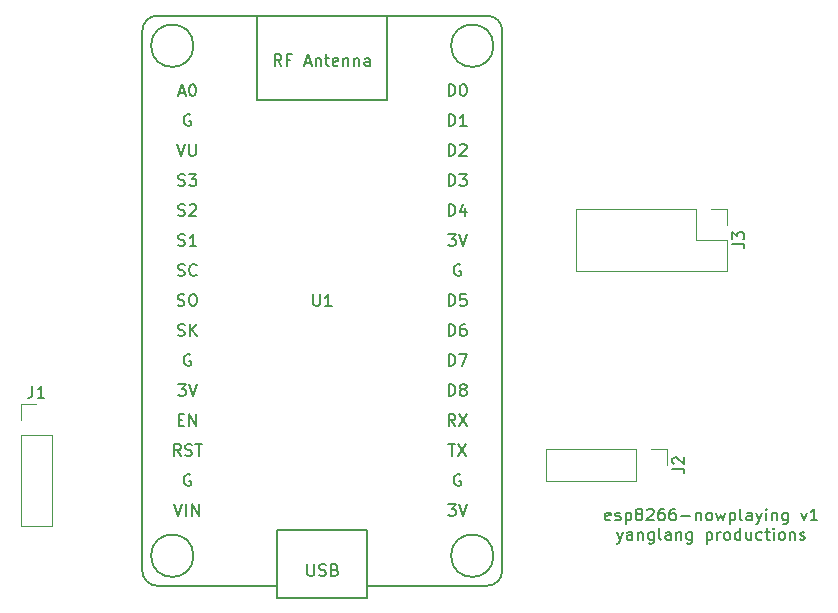
<source format=gbr>
%TF.GenerationSoftware,KiCad,Pcbnew,(5.1.9)-1*%
%TF.CreationDate,2021-04-04T23:23:37-07:00*%
%TF.ProjectId,esp8266_power,65737038-3236-4365-9f70-6f7765722e6b,rev?*%
%TF.SameCoordinates,Original*%
%TF.FileFunction,Legend,Top*%
%TF.FilePolarity,Positive*%
%FSLAX46Y46*%
G04 Gerber Fmt 4.6, Leading zero omitted, Abs format (unit mm)*
G04 Created by KiCad (PCBNEW (5.1.9)-1) date 2021-04-04 23:23:37*
%MOMM*%
%LPD*%
G01*
G04 APERTURE LIST*
%ADD10C,0.150000*%
%ADD11C,0.120000*%
G04 APERTURE END LIST*
D10*
X170522380Y-122769761D02*
X170427142Y-122817380D01*
X170236666Y-122817380D01*
X170141428Y-122769761D01*
X170093809Y-122674523D01*
X170093809Y-122293571D01*
X170141428Y-122198333D01*
X170236666Y-122150714D01*
X170427142Y-122150714D01*
X170522380Y-122198333D01*
X170570000Y-122293571D01*
X170570000Y-122388809D01*
X170093809Y-122484047D01*
X170950952Y-122769761D02*
X171046190Y-122817380D01*
X171236666Y-122817380D01*
X171331904Y-122769761D01*
X171379523Y-122674523D01*
X171379523Y-122626904D01*
X171331904Y-122531666D01*
X171236666Y-122484047D01*
X171093809Y-122484047D01*
X170998571Y-122436428D01*
X170950952Y-122341190D01*
X170950952Y-122293571D01*
X170998571Y-122198333D01*
X171093809Y-122150714D01*
X171236666Y-122150714D01*
X171331904Y-122198333D01*
X171808095Y-122150714D02*
X171808095Y-123150714D01*
X171808095Y-122198333D02*
X171903333Y-122150714D01*
X172093809Y-122150714D01*
X172189047Y-122198333D01*
X172236666Y-122245952D01*
X172284285Y-122341190D01*
X172284285Y-122626904D01*
X172236666Y-122722142D01*
X172189047Y-122769761D01*
X172093809Y-122817380D01*
X171903333Y-122817380D01*
X171808095Y-122769761D01*
X172855714Y-122245952D02*
X172760476Y-122198333D01*
X172712857Y-122150714D01*
X172665238Y-122055476D01*
X172665238Y-122007857D01*
X172712857Y-121912619D01*
X172760476Y-121865000D01*
X172855714Y-121817380D01*
X173046190Y-121817380D01*
X173141428Y-121865000D01*
X173189047Y-121912619D01*
X173236666Y-122007857D01*
X173236666Y-122055476D01*
X173189047Y-122150714D01*
X173141428Y-122198333D01*
X173046190Y-122245952D01*
X172855714Y-122245952D01*
X172760476Y-122293571D01*
X172712857Y-122341190D01*
X172665238Y-122436428D01*
X172665238Y-122626904D01*
X172712857Y-122722142D01*
X172760476Y-122769761D01*
X172855714Y-122817380D01*
X173046190Y-122817380D01*
X173141428Y-122769761D01*
X173189047Y-122722142D01*
X173236666Y-122626904D01*
X173236666Y-122436428D01*
X173189047Y-122341190D01*
X173141428Y-122293571D01*
X173046190Y-122245952D01*
X173617619Y-121912619D02*
X173665238Y-121865000D01*
X173760476Y-121817380D01*
X173998571Y-121817380D01*
X174093809Y-121865000D01*
X174141428Y-121912619D01*
X174189047Y-122007857D01*
X174189047Y-122103095D01*
X174141428Y-122245952D01*
X173570000Y-122817380D01*
X174189047Y-122817380D01*
X175046190Y-121817380D02*
X174855714Y-121817380D01*
X174760476Y-121865000D01*
X174712857Y-121912619D01*
X174617619Y-122055476D01*
X174570000Y-122245952D01*
X174570000Y-122626904D01*
X174617619Y-122722142D01*
X174665238Y-122769761D01*
X174760476Y-122817380D01*
X174950952Y-122817380D01*
X175046190Y-122769761D01*
X175093809Y-122722142D01*
X175141428Y-122626904D01*
X175141428Y-122388809D01*
X175093809Y-122293571D01*
X175046190Y-122245952D01*
X174950952Y-122198333D01*
X174760476Y-122198333D01*
X174665238Y-122245952D01*
X174617619Y-122293571D01*
X174570000Y-122388809D01*
X175998571Y-121817380D02*
X175808095Y-121817380D01*
X175712857Y-121865000D01*
X175665238Y-121912619D01*
X175570000Y-122055476D01*
X175522380Y-122245952D01*
X175522380Y-122626904D01*
X175570000Y-122722142D01*
X175617619Y-122769761D01*
X175712857Y-122817380D01*
X175903333Y-122817380D01*
X175998571Y-122769761D01*
X176046190Y-122722142D01*
X176093809Y-122626904D01*
X176093809Y-122388809D01*
X176046190Y-122293571D01*
X175998571Y-122245952D01*
X175903333Y-122198333D01*
X175712857Y-122198333D01*
X175617619Y-122245952D01*
X175570000Y-122293571D01*
X175522380Y-122388809D01*
X176522380Y-122436428D02*
X177284285Y-122436428D01*
X177760476Y-122150714D02*
X177760476Y-122817380D01*
X177760476Y-122245952D02*
X177808095Y-122198333D01*
X177903333Y-122150714D01*
X178046190Y-122150714D01*
X178141428Y-122198333D01*
X178189047Y-122293571D01*
X178189047Y-122817380D01*
X178808095Y-122817380D02*
X178712857Y-122769761D01*
X178665238Y-122722142D01*
X178617619Y-122626904D01*
X178617619Y-122341190D01*
X178665238Y-122245952D01*
X178712857Y-122198333D01*
X178808095Y-122150714D01*
X178950952Y-122150714D01*
X179046190Y-122198333D01*
X179093809Y-122245952D01*
X179141428Y-122341190D01*
X179141428Y-122626904D01*
X179093809Y-122722142D01*
X179046190Y-122769761D01*
X178950952Y-122817380D01*
X178808095Y-122817380D01*
X179474761Y-122150714D02*
X179665238Y-122817380D01*
X179855714Y-122341190D01*
X180046190Y-122817380D01*
X180236666Y-122150714D01*
X180617619Y-122150714D02*
X180617619Y-123150714D01*
X180617619Y-122198333D02*
X180712857Y-122150714D01*
X180903333Y-122150714D01*
X180998571Y-122198333D01*
X181046190Y-122245952D01*
X181093809Y-122341190D01*
X181093809Y-122626904D01*
X181046190Y-122722142D01*
X180998571Y-122769761D01*
X180903333Y-122817380D01*
X180712857Y-122817380D01*
X180617619Y-122769761D01*
X181665238Y-122817380D02*
X181570000Y-122769761D01*
X181522380Y-122674523D01*
X181522380Y-121817380D01*
X182474761Y-122817380D02*
X182474761Y-122293571D01*
X182427142Y-122198333D01*
X182331904Y-122150714D01*
X182141428Y-122150714D01*
X182046190Y-122198333D01*
X182474761Y-122769761D02*
X182379523Y-122817380D01*
X182141428Y-122817380D01*
X182046190Y-122769761D01*
X181998571Y-122674523D01*
X181998571Y-122579285D01*
X182046190Y-122484047D01*
X182141428Y-122436428D01*
X182379523Y-122436428D01*
X182474761Y-122388809D01*
X182855714Y-122150714D02*
X183093809Y-122817380D01*
X183331904Y-122150714D02*
X183093809Y-122817380D01*
X182998571Y-123055476D01*
X182950952Y-123103095D01*
X182855714Y-123150714D01*
X183712857Y-122817380D02*
X183712857Y-122150714D01*
X183712857Y-121817380D02*
X183665238Y-121865000D01*
X183712857Y-121912619D01*
X183760476Y-121865000D01*
X183712857Y-121817380D01*
X183712857Y-121912619D01*
X184189047Y-122150714D02*
X184189047Y-122817380D01*
X184189047Y-122245952D02*
X184236666Y-122198333D01*
X184331904Y-122150714D01*
X184474761Y-122150714D01*
X184570000Y-122198333D01*
X184617619Y-122293571D01*
X184617619Y-122817380D01*
X185522380Y-122150714D02*
X185522380Y-122960238D01*
X185474761Y-123055476D01*
X185427142Y-123103095D01*
X185331904Y-123150714D01*
X185189047Y-123150714D01*
X185093809Y-123103095D01*
X185522380Y-122769761D02*
X185427142Y-122817380D01*
X185236666Y-122817380D01*
X185141428Y-122769761D01*
X185093809Y-122722142D01*
X185046190Y-122626904D01*
X185046190Y-122341190D01*
X185093809Y-122245952D01*
X185141428Y-122198333D01*
X185236666Y-122150714D01*
X185427142Y-122150714D01*
X185522380Y-122198333D01*
X186665238Y-122150714D02*
X186903333Y-122817380D01*
X187141428Y-122150714D01*
X188046190Y-122817380D02*
X187474761Y-122817380D01*
X187760476Y-122817380D02*
X187760476Y-121817380D01*
X187665238Y-121960238D01*
X187570000Y-122055476D01*
X187474761Y-122103095D01*
X171093809Y-123800714D02*
X171331904Y-124467380D01*
X171570000Y-123800714D02*
X171331904Y-124467380D01*
X171236666Y-124705476D01*
X171189047Y-124753095D01*
X171093809Y-124800714D01*
X172379523Y-124467380D02*
X172379523Y-123943571D01*
X172331904Y-123848333D01*
X172236666Y-123800714D01*
X172046190Y-123800714D01*
X171950952Y-123848333D01*
X172379523Y-124419761D02*
X172284285Y-124467380D01*
X172046190Y-124467380D01*
X171950952Y-124419761D01*
X171903333Y-124324523D01*
X171903333Y-124229285D01*
X171950952Y-124134047D01*
X172046190Y-124086428D01*
X172284285Y-124086428D01*
X172379523Y-124038809D01*
X172855714Y-123800714D02*
X172855714Y-124467380D01*
X172855714Y-123895952D02*
X172903333Y-123848333D01*
X172998571Y-123800714D01*
X173141428Y-123800714D01*
X173236666Y-123848333D01*
X173284285Y-123943571D01*
X173284285Y-124467380D01*
X174189047Y-123800714D02*
X174189047Y-124610238D01*
X174141428Y-124705476D01*
X174093809Y-124753095D01*
X173998571Y-124800714D01*
X173855714Y-124800714D01*
X173760476Y-124753095D01*
X174189047Y-124419761D02*
X174093809Y-124467380D01*
X173903333Y-124467380D01*
X173808095Y-124419761D01*
X173760476Y-124372142D01*
X173712857Y-124276904D01*
X173712857Y-123991190D01*
X173760476Y-123895952D01*
X173808095Y-123848333D01*
X173903333Y-123800714D01*
X174093809Y-123800714D01*
X174189047Y-123848333D01*
X174808095Y-124467380D02*
X174712857Y-124419761D01*
X174665238Y-124324523D01*
X174665238Y-123467380D01*
X175617619Y-124467380D02*
X175617619Y-123943571D01*
X175570000Y-123848333D01*
X175474761Y-123800714D01*
X175284285Y-123800714D01*
X175189047Y-123848333D01*
X175617619Y-124419761D02*
X175522380Y-124467380D01*
X175284285Y-124467380D01*
X175189047Y-124419761D01*
X175141428Y-124324523D01*
X175141428Y-124229285D01*
X175189047Y-124134047D01*
X175284285Y-124086428D01*
X175522380Y-124086428D01*
X175617619Y-124038809D01*
X176093809Y-123800714D02*
X176093809Y-124467380D01*
X176093809Y-123895952D02*
X176141428Y-123848333D01*
X176236666Y-123800714D01*
X176379523Y-123800714D01*
X176474761Y-123848333D01*
X176522380Y-123943571D01*
X176522380Y-124467380D01*
X177427142Y-123800714D02*
X177427142Y-124610238D01*
X177379523Y-124705476D01*
X177331904Y-124753095D01*
X177236666Y-124800714D01*
X177093809Y-124800714D01*
X176998571Y-124753095D01*
X177427142Y-124419761D02*
X177331904Y-124467380D01*
X177141428Y-124467380D01*
X177046190Y-124419761D01*
X176998571Y-124372142D01*
X176950952Y-124276904D01*
X176950952Y-123991190D01*
X176998571Y-123895952D01*
X177046190Y-123848333D01*
X177141428Y-123800714D01*
X177331904Y-123800714D01*
X177427142Y-123848333D01*
X178665238Y-123800714D02*
X178665238Y-124800714D01*
X178665238Y-123848333D02*
X178760476Y-123800714D01*
X178950952Y-123800714D01*
X179046190Y-123848333D01*
X179093809Y-123895952D01*
X179141428Y-123991190D01*
X179141428Y-124276904D01*
X179093809Y-124372142D01*
X179046190Y-124419761D01*
X178950952Y-124467380D01*
X178760476Y-124467380D01*
X178665238Y-124419761D01*
X179570000Y-124467380D02*
X179570000Y-123800714D01*
X179570000Y-123991190D02*
X179617619Y-123895952D01*
X179665238Y-123848333D01*
X179760476Y-123800714D01*
X179855714Y-123800714D01*
X180331904Y-124467380D02*
X180236666Y-124419761D01*
X180189047Y-124372142D01*
X180141428Y-124276904D01*
X180141428Y-123991190D01*
X180189047Y-123895952D01*
X180236666Y-123848333D01*
X180331904Y-123800714D01*
X180474761Y-123800714D01*
X180570000Y-123848333D01*
X180617619Y-123895952D01*
X180665238Y-123991190D01*
X180665238Y-124276904D01*
X180617619Y-124372142D01*
X180570000Y-124419761D01*
X180474761Y-124467380D01*
X180331904Y-124467380D01*
X181522380Y-124467380D02*
X181522380Y-123467380D01*
X181522380Y-124419761D02*
X181427142Y-124467380D01*
X181236666Y-124467380D01*
X181141428Y-124419761D01*
X181093809Y-124372142D01*
X181046190Y-124276904D01*
X181046190Y-123991190D01*
X181093809Y-123895952D01*
X181141428Y-123848333D01*
X181236666Y-123800714D01*
X181427142Y-123800714D01*
X181522380Y-123848333D01*
X182427142Y-123800714D02*
X182427142Y-124467380D01*
X181998571Y-123800714D02*
X181998571Y-124324523D01*
X182046190Y-124419761D01*
X182141428Y-124467380D01*
X182284285Y-124467380D01*
X182379523Y-124419761D01*
X182427142Y-124372142D01*
X183331904Y-124419761D02*
X183236666Y-124467380D01*
X183046190Y-124467380D01*
X182950952Y-124419761D01*
X182903333Y-124372142D01*
X182855714Y-124276904D01*
X182855714Y-123991190D01*
X182903333Y-123895952D01*
X182950952Y-123848333D01*
X183046190Y-123800714D01*
X183236666Y-123800714D01*
X183331904Y-123848333D01*
X183617619Y-123800714D02*
X183998571Y-123800714D01*
X183760476Y-123467380D02*
X183760476Y-124324523D01*
X183808095Y-124419761D01*
X183903333Y-124467380D01*
X183998571Y-124467380D01*
X184331904Y-124467380D02*
X184331904Y-123800714D01*
X184331904Y-123467380D02*
X184284285Y-123515000D01*
X184331904Y-123562619D01*
X184379523Y-123515000D01*
X184331904Y-123467380D01*
X184331904Y-123562619D01*
X184950952Y-124467380D02*
X184855714Y-124419761D01*
X184808095Y-124372142D01*
X184760476Y-124276904D01*
X184760476Y-123991190D01*
X184808095Y-123895952D01*
X184855714Y-123848333D01*
X184950952Y-123800714D01*
X185093809Y-123800714D01*
X185189047Y-123848333D01*
X185236666Y-123895952D01*
X185284285Y-123991190D01*
X185284285Y-124276904D01*
X185236666Y-124372142D01*
X185189047Y-124419761D01*
X185093809Y-124467380D01*
X184950952Y-124467380D01*
X185712857Y-123800714D02*
X185712857Y-124467380D01*
X185712857Y-123895952D02*
X185760476Y-123848333D01*
X185855714Y-123800714D01*
X185998571Y-123800714D01*
X186093809Y-123848333D01*
X186141428Y-123943571D01*
X186141428Y-124467380D01*
X186570000Y-124419761D02*
X186665238Y-124467380D01*
X186855714Y-124467380D01*
X186950952Y-124419761D01*
X186998571Y-124324523D01*
X186998571Y-124276904D01*
X186950952Y-124181666D01*
X186855714Y-124134047D01*
X186712857Y-124134047D01*
X186617619Y-124086428D01*
X186570000Y-123991190D01*
X186570000Y-123943571D01*
X186617619Y-123848333D01*
X186712857Y-123800714D01*
X186855714Y-123800714D01*
X186950952Y-123848333D01*
%TO.C,U1*%
X160105001Y-128345001D02*
X149935001Y-128345001D01*
X151625001Y-87215001D02*
X140625001Y-87215001D01*
X151625001Y-80085001D02*
X151625001Y-87215001D01*
X140625001Y-87215001D02*
X140625001Y-80085001D01*
X142325001Y-129345001D02*
X142325001Y-123615001D01*
X142325001Y-123615001D02*
X149925001Y-123615001D01*
X149925001Y-123615001D02*
X149925001Y-129345001D01*
X149925001Y-129345001D02*
X142325001Y-129345001D01*
X161365001Y-81355001D02*
X161365001Y-127075001D01*
X130885001Y-81355001D02*
X130885001Y-127075001D01*
X142325001Y-128345001D02*
X132155001Y-128345001D01*
X160621052Y-125805001D02*
G75*
G03*
X160621052Y-125805001I-1796051J0D01*
G01*
X135221052Y-125805001D02*
G75*
G03*
X135221052Y-125805001I-1796051J0D01*
G01*
X135221052Y-82625001D02*
G75*
G03*
X135221052Y-82625001I-1796051J0D01*
G01*
X160621052Y-82625001D02*
G75*
G03*
X160621052Y-82625001I-1796051J0D01*
G01*
X160095001Y-80085001D02*
X132155001Y-80085001D01*
X132155001Y-80085001D02*
G75*
G03*
X130885001Y-81355001I0J-1270000D01*
G01*
X161365001Y-81355001D02*
G75*
G03*
X160095001Y-80085001I-1270000J0D01*
G01*
X160095001Y-128345001D02*
G75*
G03*
X161365001Y-127075001I0J1270000D01*
G01*
X130885001Y-127075001D02*
G75*
G03*
X132155001Y-128345001I1270000J0D01*
G01*
D11*
%TO.C,J1*%
X120590000Y-123250000D02*
X123250000Y-123250000D01*
X120590000Y-115570000D02*
X120590000Y-123250000D01*
X123250000Y-115570000D02*
X123250000Y-123250000D01*
X120590000Y-115570000D02*
X123250000Y-115570000D01*
X120590000Y-114300000D02*
X120590000Y-112970000D01*
X120590000Y-112970000D02*
X121920000Y-112970000D01*
%TO.C,J2*%
X175320000Y-116780000D02*
X175320000Y-118110000D01*
X173990000Y-116780000D02*
X175320000Y-116780000D01*
X172720000Y-116780000D02*
X172720000Y-119440000D01*
X172720000Y-119440000D02*
X165040000Y-119440000D01*
X172720000Y-116780000D02*
X165040000Y-116780000D01*
X165040000Y-116780000D02*
X165040000Y-119440000D01*
%TO.C,J3*%
X180400000Y-96460000D02*
X180400000Y-97790000D01*
X179070000Y-96460000D02*
X180400000Y-96460000D01*
X180400000Y-99060000D02*
X180400000Y-101660000D01*
X177800000Y-99060000D02*
X180400000Y-99060000D01*
X177800000Y-96460000D02*
X177800000Y-99060000D01*
X180400000Y-101660000D02*
X167580000Y-101660000D01*
X177800000Y-96460000D02*
X167580000Y-96460000D01*
X167580000Y-96460000D02*
X167580000Y-101660000D01*
%TO.C,U1*%
D10*
X145363096Y-103667381D02*
X145363096Y-104476905D01*
X145410715Y-104572143D01*
X145458334Y-104619762D01*
X145553572Y-104667381D01*
X145744048Y-104667381D01*
X145839286Y-104619762D01*
X145886905Y-104572143D01*
X145934524Y-104476905D01*
X145934524Y-103667381D01*
X146934524Y-104667381D02*
X146363096Y-104667381D01*
X146648810Y-104667381D02*
X146648810Y-103667381D01*
X146553572Y-103810239D01*
X146458334Y-103905477D01*
X146363096Y-103953096D01*
X144863096Y-126527381D02*
X144863096Y-127336905D01*
X144910715Y-127432143D01*
X144958334Y-127479762D01*
X145053572Y-127527381D01*
X145244048Y-127527381D01*
X145339286Y-127479762D01*
X145386905Y-127432143D01*
X145434524Y-127336905D01*
X145434524Y-126527381D01*
X145863096Y-127479762D02*
X146005953Y-127527381D01*
X146244048Y-127527381D01*
X146339286Y-127479762D01*
X146386905Y-127432143D01*
X146434524Y-127336905D01*
X146434524Y-127241667D01*
X146386905Y-127146429D01*
X146339286Y-127098810D01*
X146244048Y-127051191D01*
X146053572Y-127003572D01*
X145958334Y-126955953D01*
X145910715Y-126908334D01*
X145863096Y-126813096D01*
X145863096Y-126717858D01*
X145910715Y-126622620D01*
X145958334Y-126575001D01*
X146053572Y-126527381D01*
X146291667Y-126527381D01*
X146434524Y-126575001D01*
X147196429Y-127003572D02*
X147339286Y-127051191D01*
X147386905Y-127098810D01*
X147434524Y-127194048D01*
X147434524Y-127336905D01*
X147386905Y-127432143D01*
X147339286Y-127479762D01*
X147244048Y-127527381D01*
X146863096Y-127527381D01*
X146863096Y-126527381D01*
X147196429Y-126527381D01*
X147291667Y-126575001D01*
X147339286Y-126622620D01*
X147386905Y-126717858D01*
X147386905Y-126813096D01*
X147339286Y-126908334D01*
X147291667Y-126955953D01*
X147196429Y-127003572D01*
X146863096Y-127003572D01*
X142672620Y-84347381D02*
X142339286Y-83871191D01*
X142101191Y-84347381D02*
X142101191Y-83347381D01*
X142482143Y-83347381D01*
X142577381Y-83395001D01*
X142625001Y-83442620D01*
X142672620Y-83537858D01*
X142672620Y-83680715D01*
X142625001Y-83775953D01*
X142577381Y-83823572D01*
X142482143Y-83871191D01*
X142101191Y-83871191D01*
X143434524Y-83823572D02*
X143101191Y-83823572D01*
X143101191Y-84347381D02*
X143101191Y-83347381D01*
X143577381Y-83347381D01*
X144672620Y-84061667D02*
X145148810Y-84061667D01*
X144577381Y-84347381D02*
X144910715Y-83347381D01*
X145244048Y-84347381D01*
X145577381Y-83680715D02*
X145577381Y-84347381D01*
X145577381Y-83775953D02*
X145625001Y-83728334D01*
X145720239Y-83680715D01*
X145863096Y-83680715D01*
X145958334Y-83728334D01*
X146005953Y-83823572D01*
X146005953Y-84347381D01*
X146339286Y-83680715D02*
X146720239Y-83680715D01*
X146482143Y-83347381D02*
X146482143Y-84204524D01*
X146529762Y-84299762D01*
X146625001Y-84347381D01*
X146720239Y-84347381D01*
X147434524Y-84299762D02*
X147339286Y-84347381D01*
X147148810Y-84347381D01*
X147053572Y-84299762D01*
X147005953Y-84204524D01*
X147005953Y-83823572D01*
X147053572Y-83728334D01*
X147148810Y-83680715D01*
X147339286Y-83680715D01*
X147434524Y-83728334D01*
X147482143Y-83823572D01*
X147482143Y-83918810D01*
X147005953Y-84014048D01*
X147910715Y-83680715D02*
X147910715Y-84347381D01*
X147910715Y-83775953D02*
X147958334Y-83728334D01*
X148053572Y-83680715D01*
X148196429Y-83680715D01*
X148291667Y-83728334D01*
X148339286Y-83823572D01*
X148339286Y-84347381D01*
X148815477Y-83680715D02*
X148815477Y-84347381D01*
X148815477Y-83775953D02*
X148863096Y-83728334D01*
X148958334Y-83680715D01*
X149101191Y-83680715D01*
X149196429Y-83728334D01*
X149244048Y-83823572D01*
X149244048Y-84347381D01*
X150148810Y-84347381D02*
X150148810Y-83823572D01*
X150101191Y-83728334D01*
X150005953Y-83680715D01*
X149815477Y-83680715D01*
X149720239Y-83728334D01*
X150148810Y-84299762D02*
X150053572Y-84347381D01*
X149815477Y-84347381D01*
X149720239Y-84299762D01*
X149672620Y-84204524D01*
X149672620Y-84109286D01*
X149720239Y-84014048D01*
X149815477Y-83966429D01*
X150053572Y-83966429D01*
X150148810Y-83918810D01*
X133599762Y-121447381D02*
X133933096Y-122447381D01*
X134266429Y-121447381D01*
X134599762Y-122447381D02*
X134599762Y-121447381D01*
X135075953Y-122447381D02*
X135075953Y-121447381D01*
X135647381Y-122447381D01*
X135647381Y-121447381D01*
X134956905Y-118955001D02*
X134861667Y-118907381D01*
X134718810Y-118907381D01*
X134575953Y-118955001D01*
X134480715Y-119050239D01*
X134433096Y-119145477D01*
X134385477Y-119335953D01*
X134385477Y-119478810D01*
X134433096Y-119669286D01*
X134480715Y-119764524D01*
X134575953Y-119859762D01*
X134718810Y-119907381D01*
X134814048Y-119907381D01*
X134956905Y-119859762D01*
X135004524Y-119812143D01*
X135004524Y-119478810D01*
X134814048Y-119478810D01*
X134147381Y-117367381D02*
X133814048Y-116891191D01*
X133575953Y-117367381D02*
X133575953Y-116367381D01*
X133956905Y-116367381D01*
X134052143Y-116415001D01*
X134099762Y-116462620D01*
X134147381Y-116557858D01*
X134147381Y-116700715D01*
X134099762Y-116795953D01*
X134052143Y-116843572D01*
X133956905Y-116891191D01*
X133575953Y-116891191D01*
X134528334Y-117319762D02*
X134671191Y-117367381D01*
X134909286Y-117367381D01*
X135004524Y-117319762D01*
X135052143Y-117272143D01*
X135099762Y-117176905D01*
X135099762Y-117081667D01*
X135052143Y-116986429D01*
X135004524Y-116938810D01*
X134909286Y-116891191D01*
X134718810Y-116843572D01*
X134623572Y-116795953D01*
X134575953Y-116748334D01*
X134528334Y-116653096D01*
X134528334Y-116557858D01*
X134575953Y-116462620D01*
X134623572Y-116415001D01*
X134718810Y-116367381D01*
X134956905Y-116367381D01*
X135099762Y-116415001D01*
X135385477Y-116367381D02*
X135956905Y-116367381D01*
X135671191Y-117367381D02*
X135671191Y-116367381D01*
X133956905Y-114303572D02*
X134290239Y-114303572D01*
X134433096Y-114827381D02*
X133956905Y-114827381D01*
X133956905Y-113827381D01*
X134433096Y-113827381D01*
X134861667Y-114827381D02*
X134861667Y-113827381D01*
X135433096Y-114827381D01*
X135433096Y-113827381D01*
X133933096Y-111287381D02*
X134552143Y-111287381D01*
X134218810Y-111668334D01*
X134361667Y-111668334D01*
X134456905Y-111715953D01*
X134504524Y-111763572D01*
X134552143Y-111858810D01*
X134552143Y-112096905D01*
X134504524Y-112192143D01*
X134456905Y-112239762D01*
X134361667Y-112287381D01*
X134075953Y-112287381D01*
X133980715Y-112239762D01*
X133933096Y-112192143D01*
X134837858Y-111287381D02*
X135171191Y-112287381D01*
X135504524Y-111287381D01*
X134956905Y-108795001D02*
X134861667Y-108747381D01*
X134718810Y-108747381D01*
X134575953Y-108795001D01*
X134480715Y-108890239D01*
X134433096Y-108985477D01*
X134385477Y-109175953D01*
X134385477Y-109318810D01*
X134433096Y-109509286D01*
X134480715Y-109604524D01*
X134575953Y-109699762D01*
X134718810Y-109747381D01*
X134814048Y-109747381D01*
X134956905Y-109699762D01*
X135004524Y-109652143D01*
X135004524Y-109318810D01*
X134814048Y-109318810D01*
X133909286Y-107159762D02*
X134052143Y-107207381D01*
X134290239Y-107207381D01*
X134385477Y-107159762D01*
X134433096Y-107112143D01*
X134480715Y-107016905D01*
X134480715Y-106921667D01*
X134433096Y-106826429D01*
X134385477Y-106778810D01*
X134290239Y-106731191D01*
X134099762Y-106683572D01*
X134004524Y-106635953D01*
X133956905Y-106588334D01*
X133909286Y-106493096D01*
X133909286Y-106397858D01*
X133956905Y-106302620D01*
X134004524Y-106255001D01*
X134099762Y-106207381D01*
X134337858Y-106207381D01*
X134480715Y-106255001D01*
X134909286Y-107207381D02*
X134909286Y-106207381D01*
X135480715Y-107207381D02*
X135052143Y-106635953D01*
X135480715Y-106207381D02*
X134909286Y-106778810D01*
X133885477Y-104619762D02*
X134028334Y-104667381D01*
X134266429Y-104667381D01*
X134361667Y-104619762D01*
X134409286Y-104572143D01*
X134456905Y-104476905D01*
X134456905Y-104381667D01*
X134409286Y-104286429D01*
X134361667Y-104238810D01*
X134266429Y-104191191D01*
X134075953Y-104143572D01*
X133980715Y-104095953D01*
X133933096Y-104048334D01*
X133885477Y-103953096D01*
X133885477Y-103857858D01*
X133933096Y-103762620D01*
X133980715Y-103715001D01*
X134075953Y-103667381D01*
X134314048Y-103667381D01*
X134456905Y-103715001D01*
X135075953Y-103667381D02*
X135266429Y-103667381D01*
X135361667Y-103715001D01*
X135456905Y-103810239D01*
X135504524Y-104000715D01*
X135504524Y-104334048D01*
X135456905Y-104524524D01*
X135361667Y-104619762D01*
X135266429Y-104667381D01*
X135075953Y-104667381D01*
X134980715Y-104619762D01*
X134885477Y-104524524D01*
X134837858Y-104334048D01*
X134837858Y-104000715D01*
X134885477Y-103810239D01*
X134980715Y-103715001D01*
X135075953Y-103667381D01*
X133909286Y-102079762D02*
X134052143Y-102127381D01*
X134290239Y-102127381D01*
X134385477Y-102079762D01*
X134433096Y-102032143D01*
X134480715Y-101936905D01*
X134480715Y-101841667D01*
X134433096Y-101746429D01*
X134385477Y-101698810D01*
X134290239Y-101651191D01*
X134099762Y-101603572D01*
X134004524Y-101555953D01*
X133956905Y-101508334D01*
X133909286Y-101413096D01*
X133909286Y-101317858D01*
X133956905Y-101222620D01*
X134004524Y-101175001D01*
X134099762Y-101127381D01*
X134337858Y-101127381D01*
X134480715Y-101175001D01*
X135480715Y-102032143D02*
X135433096Y-102079762D01*
X135290239Y-102127381D01*
X135195001Y-102127381D01*
X135052143Y-102079762D01*
X134956905Y-101984524D01*
X134909286Y-101889286D01*
X134861667Y-101698810D01*
X134861667Y-101555953D01*
X134909286Y-101365477D01*
X134956905Y-101270239D01*
X135052143Y-101175001D01*
X135195001Y-101127381D01*
X135290239Y-101127381D01*
X135433096Y-101175001D01*
X135480715Y-101222620D01*
X133933096Y-99539762D02*
X134075953Y-99587381D01*
X134314048Y-99587381D01*
X134409286Y-99539762D01*
X134456905Y-99492143D01*
X134504524Y-99396905D01*
X134504524Y-99301667D01*
X134456905Y-99206429D01*
X134409286Y-99158810D01*
X134314048Y-99111191D01*
X134123572Y-99063572D01*
X134028334Y-99015953D01*
X133980715Y-98968334D01*
X133933096Y-98873096D01*
X133933096Y-98777858D01*
X133980715Y-98682620D01*
X134028334Y-98635001D01*
X134123572Y-98587381D01*
X134361667Y-98587381D01*
X134504524Y-98635001D01*
X135456905Y-99587381D02*
X134885477Y-99587381D01*
X135171191Y-99587381D02*
X135171191Y-98587381D01*
X135075953Y-98730239D01*
X134980715Y-98825477D01*
X134885477Y-98873096D01*
X133933096Y-96999762D02*
X134075953Y-97047381D01*
X134314048Y-97047381D01*
X134409286Y-96999762D01*
X134456905Y-96952143D01*
X134504524Y-96856905D01*
X134504524Y-96761667D01*
X134456905Y-96666429D01*
X134409286Y-96618810D01*
X134314048Y-96571191D01*
X134123572Y-96523572D01*
X134028334Y-96475953D01*
X133980715Y-96428334D01*
X133933096Y-96333096D01*
X133933096Y-96237858D01*
X133980715Y-96142620D01*
X134028334Y-96095001D01*
X134123572Y-96047381D01*
X134361667Y-96047381D01*
X134504524Y-96095001D01*
X134885477Y-96142620D02*
X134933096Y-96095001D01*
X135028334Y-96047381D01*
X135266429Y-96047381D01*
X135361667Y-96095001D01*
X135409286Y-96142620D01*
X135456905Y-96237858D01*
X135456905Y-96333096D01*
X135409286Y-96475953D01*
X134837858Y-97047381D01*
X135456905Y-97047381D01*
X133933096Y-94459762D02*
X134075953Y-94507381D01*
X134314048Y-94507381D01*
X134409286Y-94459762D01*
X134456905Y-94412143D01*
X134504524Y-94316905D01*
X134504524Y-94221667D01*
X134456905Y-94126429D01*
X134409286Y-94078810D01*
X134314048Y-94031191D01*
X134123572Y-93983572D01*
X134028334Y-93935953D01*
X133980715Y-93888334D01*
X133933096Y-93793096D01*
X133933096Y-93697858D01*
X133980715Y-93602620D01*
X134028334Y-93555001D01*
X134123572Y-93507381D01*
X134361667Y-93507381D01*
X134504524Y-93555001D01*
X134837858Y-93507381D02*
X135456905Y-93507381D01*
X135123572Y-93888334D01*
X135266429Y-93888334D01*
X135361667Y-93935953D01*
X135409286Y-93983572D01*
X135456905Y-94078810D01*
X135456905Y-94316905D01*
X135409286Y-94412143D01*
X135361667Y-94459762D01*
X135266429Y-94507381D01*
X134980715Y-94507381D01*
X134885477Y-94459762D01*
X134837858Y-94412143D01*
X133837858Y-90967381D02*
X134171191Y-91967381D01*
X134504524Y-90967381D01*
X134837858Y-90967381D02*
X134837858Y-91776905D01*
X134885477Y-91872143D01*
X134933096Y-91919762D01*
X135028334Y-91967381D01*
X135218810Y-91967381D01*
X135314048Y-91919762D01*
X135361667Y-91872143D01*
X135409286Y-91776905D01*
X135409286Y-90967381D01*
X134956905Y-88475001D02*
X134861667Y-88427381D01*
X134718810Y-88427381D01*
X134575953Y-88475001D01*
X134480715Y-88570239D01*
X134433096Y-88665477D01*
X134385477Y-88855953D01*
X134385477Y-88998810D01*
X134433096Y-89189286D01*
X134480715Y-89284524D01*
X134575953Y-89379762D01*
X134718810Y-89427381D01*
X134814048Y-89427381D01*
X134956905Y-89379762D01*
X135004524Y-89332143D01*
X135004524Y-88998810D01*
X134814048Y-88998810D01*
X133980715Y-86601667D02*
X134456905Y-86601667D01*
X133885477Y-86887381D02*
X134218810Y-85887381D01*
X134552143Y-86887381D01*
X135075953Y-85887381D02*
X135171191Y-85887381D01*
X135266429Y-85935001D01*
X135314048Y-85982620D01*
X135361667Y-86077858D01*
X135409286Y-86268334D01*
X135409286Y-86506429D01*
X135361667Y-86696905D01*
X135314048Y-86792143D01*
X135266429Y-86839762D01*
X135171191Y-86887381D01*
X135075953Y-86887381D01*
X134980715Y-86839762D01*
X134933096Y-86792143D01*
X134885477Y-86696905D01*
X134837858Y-86506429D01*
X134837858Y-86268334D01*
X134885477Y-86077858D01*
X134933096Y-85982620D01*
X134980715Y-85935001D01*
X135075953Y-85887381D01*
X156793096Y-121447381D02*
X157412143Y-121447381D01*
X157078810Y-121828334D01*
X157221667Y-121828334D01*
X157316905Y-121875953D01*
X157364524Y-121923572D01*
X157412143Y-122018810D01*
X157412143Y-122256905D01*
X157364524Y-122352143D01*
X157316905Y-122399762D01*
X157221667Y-122447381D01*
X156935953Y-122447381D01*
X156840715Y-122399762D01*
X156793096Y-122352143D01*
X157697858Y-121447381D02*
X158031191Y-122447381D01*
X158364524Y-121447381D01*
X157816905Y-118955001D02*
X157721667Y-118907381D01*
X157578810Y-118907381D01*
X157435953Y-118955001D01*
X157340715Y-119050239D01*
X157293096Y-119145477D01*
X157245477Y-119335953D01*
X157245477Y-119478810D01*
X157293096Y-119669286D01*
X157340715Y-119764524D01*
X157435953Y-119859762D01*
X157578810Y-119907381D01*
X157674048Y-119907381D01*
X157816905Y-119859762D01*
X157864524Y-119812143D01*
X157864524Y-119478810D01*
X157674048Y-119478810D01*
X156793096Y-116367381D02*
X157364524Y-116367381D01*
X157078810Y-117367381D02*
X157078810Y-116367381D01*
X157602620Y-116367381D02*
X158269286Y-117367381D01*
X158269286Y-116367381D02*
X157602620Y-117367381D01*
X157388334Y-114827381D02*
X157055001Y-114351191D01*
X156816905Y-114827381D02*
X156816905Y-113827381D01*
X157197858Y-113827381D01*
X157293096Y-113875001D01*
X157340715Y-113922620D01*
X157388334Y-114017858D01*
X157388334Y-114160715D01*
X157340715Y-114255953D01*
X157293096Y-114303572D01*
X157197858Y-114351191D01*
X156816905Y-114351191D01*
X157721667Y-113827381D02*
X158388334Y-114827381D01*
X158388334Y-113827381D02*
X157721667Y-114827381D01*
X156816905Y-112287381D02*
X156816905Y-111287381D01*
X157055001Y-111287381D01*
X157197858Y-111335001D01*
X157293096Y-111430239D01*
X157340715Y-111525477D01*
X157388334Y-111715953D01*
X157388334Y-111858810D01*
X157340715Y-112049286D01*
X157293096Y-112144524D01*
X157197858Y-112239762D01*
X157055001Y-112287381D01*
X156816905Y-112287381D01*
X157959762Y-111715953D02*
X157864524Y-111668334D01*
X157816905Y-111620715D01*
X157769286Y-111525477D01*
X157769286Y-111477858D01*
X157816905Y-111382620D01*
X157864524Y-111335001D01*
X157959762Y-111287381D01*
X158150239Y-111287381D01*
X158245477Y-111335001D01*
X158293096Y-111382620D01*
X158340715Y-111477858D01*
X158340715Y-111525477D01*
X158293096Y-111620715D01*
X158245477Y-111668334D01*
X158150239Y-111715953D01*
X157959762Y-111715953D01*
X157864524Y-111763572D01*
X157816905Y-111811191D01*
X157769286Y-111906429D01*
X157769286Y-112096905D01*
X157816905Y-112192143D01*
X157864524Y-112239762D01*
X157959762Y-112287381D01*
X158150239Y-112287381D01*
X158245477Y-112239762D01*
X158293096Y-112192143D01*
X158340715Y-112096905D01*
X158340715Y-111906429D01*
X158293096Y-111811191D01*
X158245477Y-111763572D01*
X158150239Y-111715953D01*
X156816905Y-109747381D02*
X156816905Y-108747381D01*
X157055001Y-108747381D01*
X157197858Y-108795001D01*
X157293096Y-108890239D01*
X157340715Y-108985477D01*
X157388334Y-109175953D01*
X157388334Y-109318810D01*
X157340715Y-109509286D01*
X157293096Y-109604524D01*
X157197858Y-109699762D01*
X157055001Y-109747381D01*
X156816905Y-109747381D01*
X157721667Y-108747381D02*
X158388334Y-108747381D01*
X157959762Y-109747381D01*
X156816905Y-107207381D02*
X156816905Y-106207381D01*
X157055001Y-106207381D01*
X157197858Y-106255001D01*
X157293096Y-106350239D01*
X157340715Y-106445477D01*
X157388334Y-106635953D01*
X157388334Y-106778810D01*
X157340715Y-106969286D01*
X157293096Y-107064524D01*
X157197858Y-107159762D01*
X157055001Y-107207381D01*
X156816905Y-107207381D01*
X158245477Y-106207381D02*
X158055001Y-106207381D01*
X157959762Y-106255001D01*
X157912143Y-106302620D01*
X157816905Y-106445477D01*
X157769286Y-106635953D01*
X157769286Y-107016905D01*
X157816905Y-107112143D01*
X157864524Y-107159762D01*
X157959762Y-107207381D01*
X158150239Y-107207381D01*
X158245477Y-107159762D01*
X158293096Y-107112143D01*
X158340715Y-107016905D01*
X158340715Y-106778810D01*
X158293096Y-106683572D01*
X158245477Y-106635953D01*
X158150239Y-106588334D01*
X157959762Y-106588334D01*
X157864524Y-106635953D01*
X157816905Y-106683572D01*
X157769286Y-106778810D01*
X156816905Y-104667381D02*
X156816905Y-103667381D01*
X157055001Y-103667381D01*
X157197858Y-103715001D01*
X157293096Y-103810239D01*
X157340715Y-103905477D01*
X157388334Y-104095953D01*
X157388334Y-104238810D01*
X157340715Y-104429286D01*
X157293096Y-104524524D01*
X157197858Y-104619762D01*
X157055001Y-104667381D01*
X156816905Y-104667381D01*
X158293096Y-103667381D02*
X157816905Y-103667381D01*
X157769286Y-104143572D01*
X157816905Y-104095953D01*
X157912143Y-104048334D01*
X158150239Y-104048334D01*
X158245477Y-104095953D01*
X158293096Y-104143572D01*
X158340715Y-104238810D01*
X158340715Y-104476905D01*
X158293096Y-104572143D01*
X158245477Y-104619762D01*
X158150239Y-104667381D01*
X157912143Y-104667381D01*
X157816905Y-104619762D01*
X157769286Y-104572143D01*
X157816905Y-101175001D02*
X157721667Y-101127381D01*
X157578810Y-101127381D01*
X157435953Y-101175001D01*
X157340715Y-101270239D01*
X157293096Y-101365477D01*
X157245477Y-101555953D01*
X157245477Y-101698810D01*
X157293096Y-101889286D01*
X157340715Y-101984524D01*
X157435953Y-102079762D01*
X157578810Y-102127381D01*
X157674048Y-102127381D01*
X157816905Y-102079762D01*
X157864524Y-102032143D01*
X157864524Y-101698810D01*
X157674048Y-101698810D01*
X156793096Y-98587381D02*
X157412143Y-98587381D01*
X157078810Y-98968334D01*
X157221667Y-98968334D01*
X157316905Y-99015953D01*
X157364524Y-99063572D01*
X157412143Y-99158810D01*
X157412143Y-99396905D01*
X157364524Y-99492143D01*
X157316905Y-99539762D01*
X157221667Y-99587381D01*
X156935953Y-99587381D01*
X156840715Y-99539762D01*
X156793096Y-99492143D01*
X157697858Y-98587381D02*
X158031191Y-99587381D01*
X158364524Y-98587381D01*
X156816905Y-97047381D02*
X156816905Y-96047381D01*
X157055001Y-96047381D01*
X157197858Y-96095001D01*
X157293096Y-96190239D01*
X157340715Y-96285477D01*
X157388334Y-96475953D01*
X157388334Y-96618810D01*
X157340715Y-96809286D01*
X157293096Y-96904524D01*
X157197858Y-96999762D01*
X157055001Y-97047381D01*
X156816905Y-97047381D01*
X158245477Y-96380715D02*
X158245477Y-97047381D01*
X158007381Y-95999762D02*
X157769286Y-96714048D01*
X158388334Y-96714048D01*
X156816905Y-94507381D02*
X156816905Y-93507381D01*
X157055001Y-93507381D01*
X157197858Y-93555001D01*
X157293096Y-93650239D01*
X157340715Y-93745477D01*
X157388334Y-93935953D01*
X157388334Y-94078810D01*
X157340715Y-94269286D01*
X157293096Y-94364524D01*
X157197858Y-94459762D01*
X157055001Y-94507381D01*
X156816905Y-94507381D01*
X157721667Y-93507381D02*
X158340715Y-93507381D01*
X158007381Y-93888334D01*
X158150239Y-93888334D01*
X158245477Y-93935953D01*
X158293096Y-93983572D01*
X158340715Y-94078810D01*
X158340715Y-94316905D01*
X158293096Y-94412143D01*
X158245477Y-94459762D01*
X158150239Y-94507381D01*
X157864524Y-94507381D01*
X157769286Y-94459762D01*
X157721667Y-94412143D01*
X156816905Y-91967381D02*
X156816905Y-90967381D01*
X157055001Y-90967381D01*
X157197858Y-91015001D01*
X157293096Y-91110239D01*
X157340715Y-91205477D01*
X157388334Y-91395953D01*
X157388334Y-91538810D01*
X157340715Y-91729286D01*
X157293096Y-91824524D01*
X157197858Y-91919762D01*
X157055001Y-91967381D01*
X156816905Y-91967381D01*
X157769286Y-91062620D02*
X157816905Y-91015001D01*
X157912143Y-90967381D01*
X158150239Y-90967381D01*
X158245477Y-91015001D01*
X158293096Y-91062620D01*
X158340715Y-91157858D01*
X158340715Y-91253096D01*
X158293096Y-91395953D01*
X157721667Y-91967381D01*
X158340715Y-91967381D01*
X156816905Y-89427381D02*
X156816905Y-88427381D01*
X157055001Y-88427381D01*
X157197858Y-88475001D01*
X157293096Y-88570239D01*
X157340715Y-88665477D01*
X157388334Y-88855953D01*
X157388334Y-88998810D01*
X157340715Y-89189286D01*
X157293096Y-89284524D01*
X157197858Y-89379762D01*
X157055001Y-89427381D01*
X156816905Y-89427381D01*
X158340715Y-89427381D02*
X157769286Y-89427381D01*
X158055001Y-89427381D02*
X158055001Y-88427381D01*
X157959762Y-88570239D01*
X157864524Y-88665477D01*
X157769286Y-88713096D01*
X156816905Y-86887381D02*
X156816905Y-85887381D01*
X157055001Y-85887381D01*
X157197858Y-85935001D01*
X157293096Y-86030239D01*
X157340715Y-86125477D01*
X157388334Y-86315953D01*
X157388334Y-86458810D01*
X157340715Y-86649286D01*
X157293096Y-86744524D01*
X157197858Y-86839762D01*
X157055001Y-86887381D01*
X156816905Y-86887381D01*
X158007381Y-85887381D02*
X158102620Y-85887381D01*
X158197858Y-85935001D01*
X158245477Y-85982620D01*
X158293096Y-86077858D01*
X158340715Y-86268334D01*
X158340715Y-86506429D01*
X158293096Y-86696905D01*
X158245477Y-86792143D01*
X158197858Y-86839762D01*
X158102620Y-86887381D01*
X158007381Y-86887381D01*
X157912143Y-86839762D01*
X157864524Y-86792143D01*
X157816905Y-86696905D01*
X157769286Y-86506429D01*
X157769286Y-86268334D01*
X157816905Y-86077858D01*
X157864524Y-85982620D01*
X157912143Y-85935001D01*
X158007381Y-85887381D01*
%TO.C,J1*%
X121586666Y-111422380D02*
X121586666Y-112136666D01*
X121539047Y-112279523D01*
X121443809Y-112374761D01*
X121300952Y-112422380D01*
X121205714Y-112422380D01*
X122586666Y-112422380D02*
X122015238Y-112422380D01*
X122300952Y-112422380D02*
X122300952Y-111422380D01*
X122205714Y-111565238D01*
X122110476Y-111660476D01*
X122015238Y-111708095D01*
%TO.C,J2*%
X175772380Y-118443333D02*
X176486666Y-118443333D01*
X176629523Y-118490952D01*
X176724761Y-118586190D01*
X176772380Y-118729047D01*
X176772380Y-118824285D01*
X175867619Y-118014761D02*
X175820000Y-117967142D01*
X175772380Y-117871904D01*
X175772380Y-117633809D01*
X175820000Y-117538571D01*
X175867619Y-117490952D01*
X175962857Y-117443333D01*
X176058095Y-117443333D01*
X176200952Y-117490952D01*
X176772380Y-118062380D01*
X176772380Y-117443333D01*
%TO.C,J3*%
X180852380Y-99393333D02*
X181566666Y-99393333D01*
X181709523Y-99440952D01*
X181804761Y-99536190D01*
X181852380Y-99679047D01*
X181852380Y-99774285D01*
X180852380Y-99012380D02*
X180852380Y-98393333D01*
X181233333Y-98726666D01*
X181233333Y-98583809D01*
X181280952Y-98488571D01*
X181328571Y-98440952D01*
X181423809Y-98393333D01*
X181661904Y-98393333D01*
X181757142Y-98440952D01*
X181804761Y-98488571D01*
X181852380Y-98583809D01*
X181852380Y-98869523D01*
X181804761Y-98964761D01*
X181757142Y-99012380D01*
%TD*%
M02*

</source>
